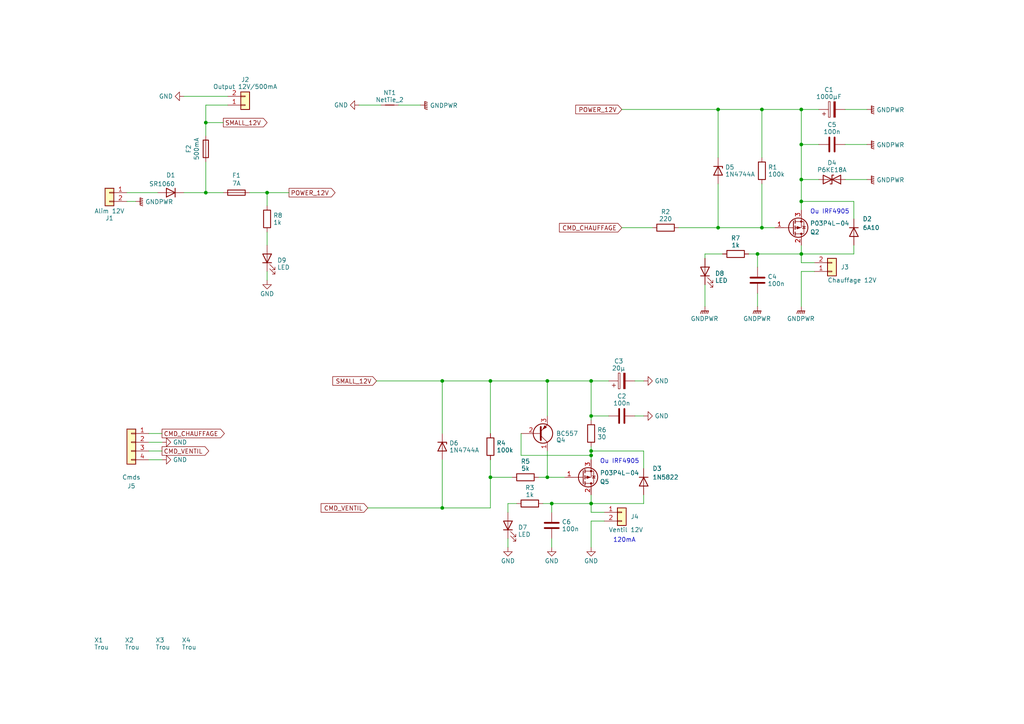
<source format=kicad_sch>
(kicad_sch (version 20230121) (generator eeschema)
  (paper "A4")
  (lib_symbols
    (symbol "Connector_Generic:Conn_01x02" (pin_names (offset 1.016) hide)
      (property "Reference" "J" (at 0 2.54 0))
      (property "Value" "Conn_01x02" (at 0 -5.08 0))
      (symbol "Conn_01x02_1_1"
        (rectangle (start -1.27 -2.413) (end 0 -2.667) (stroke (width 0.1524)))
        (rectangle (start -1.27 0.127) (end 0 -0.127) (stroke (width 0.1524)))
        (rectangle (start -1.27 1.27) (end 1.27 -3.81) (stroke (width 0.254)) (fill (type background)))
        (pin passive line (at -5.08 0 0) (length 3.81) (name "Pin_1") (number "1"))
        (pin passive line (at -5.08 -2.54 0) (length 3.81) (name "Pin_2") (number "2"))
      )
    )
    (symbol "Connector_Generic:Conn_01x04" (pin_names (offset 1.016) hide)
      (property "Reference" "J" (at 0 5.08 0))
      (property "Value" "Conn_01x04" (at 0 -7.62 0))
      (symbol "Conn_01x04_1_1"
        (rectangle (start -1.27 -4.953) (end 0 -5.207) (stroke (width 0.1524)))
        (rectangle (start -1.27 -2.413) (end 0 -2.667) (stroke (width 0.1524)))
        (rectangle (start -1.27 0.127) (end 0 -0.127) (stroke (width 0.1524)))
        (rectangle (start -1.27 2.667) (end 0 2.413) (stroke (width 0.1524)))
        (rectangle (start -1.27 3.81) (end 1.27 -6.35) (stroke (width 0.254)) (fill (type background)))
        (pin passive line (at -5.08 2.54 0) (length 3.81) (name "Pin_1") (number "1"))
        (pin passive line (at -5.08 0 0) (length 3.81) (name "Pin_2") (number "2"))
        (pin passive line (at -5.08 -2.54 0) (length 3.81) (name "Pin_3") (number "3"))
        (pin passive line (at -5.08 -5.08 0) (length 3.81) (name "Pin_4") (number "4"))
      )
    )
    (symbol "Device:C" (pin_numbers hide) (pin_names (offset 0.254))
      (property "Reference" "C" (at 0.635 2.54 0))
      (property "Value" "C" (at 0.635 -2.54 0))
      (symbol "C_0_1"
        (polyline (pts (xy -2.032 -0.762) (xy 2.032 -0.762)) (stroke (width 0.508)))
        (polyline (pts (xy -2.032 0.762) (xy 2.032 0.762)) (stroke (width 0.508)))
      )
      (symbol "C_1_1"
        (pin passive line (at 0 3.81 270) (length 2.794) (name "~") (number "1"))
        (pin passive line (at 0 -3.81 90) (length 2.794) (name "~") (number "2"))
      )
    )
    (symbol "Device:C_Polarized" (pin_numbers hide) (pin_names (offset 0.254))
      (property "Reference" "C" (at 0.635 2.54 0))
      (property "Value" "C_Polarized" (at 0.635 -2.54 0))
      (symbol "C_Polarized_0_1"
        (rectangle (start -2.286 0.508) (end 2.286 1.016))
        (polyline (pts (xy -1.778 2.286) (xy -0.762 2.286)))
        (polyline (pts (xy -1.27 2.794) (xy -1.27 1.778)))
        (rectangle (start 2.286 -0.508) (end -2.286 -1.016) (fill (type outline)))
      )
      (symbol "C_Polarized_1_1"
        (pin passive line (at 0 3.81 270) (length 2.794) (name "~") (number "1"))
        (pin passive line (at 0 -3.81 90) (length 2.794) (name "~") (number "2"))
      )
    )
    (symbol "Device:D" (pin_numbers hide) (pin_names (offset 1.016) hide)
      (property "Reference" "D" (at 0 2.54 0))
      (property "Value" "D" (at 0 -2.54 0))
      (symbol "D_0_1"
        (polyline (pts (xy -1.27 1.27) (xy -1.27 -1.27)) (stroke (width 0.254)))
        (polyline (pts (xy 1.27 0) (xy -1.27 0)))
        (polyline (pts (xy 1.27 1.27) (xy 1.27 -1.27) (xy -1.27 0) (xy 1.27 1.27)) (stroke (width 0.254)))
      )
      (symbol "D_1_1"
        (pin passive line (at -3.81 0 0) (length 2.54) (name "K") (number "1"))
        (pin passive line (at 3.81 0 180) (length 2.54) (name "A") (number "2"))
      )
    )
    (symbol "Device:D_TVS" (pin_numbers hide) (pin_names (offset 1.016) hide)
      (property "Reference" "D" (at 0 2.54 0))
      (property "Value" "D_TVS" (at 0 -2.54 0))
      (symbol "D_TVS_0_1"
        (polyline (pts (xy 1.27 0) (xy -1.27 0)))
        (polyline (pts (xy 0.508 1.27) (xy 0 1.27) (xy 0 -1.27) (xy -0.508 -1.27)) (stroke (width 0.254)))
        (polyline (pts (xy -2.54 1.27) (xy -2.54 -1.27) (xy 2.54 1.27) (xy 2.54 -1.27) (xy -2.54 1.27)) (stroke (width 0.254)))
      )
      (symbol "D_TVS_1_1"
        (pin passive line (at -3.81 0 0) (length 2.54) (name "A1") (number "1"))
        (pin passive line (at 3.81 0 180) (length 2.54) (name "A2") (number "2"))
      )
    )
    (symbol "Device:D_Zener" (pin_numbers hide) (pin_names (offset 1.016) hide)
      (property "Reference" "D" (at 0 2.54 0))
      (property "Value" "D_Zener" (at 0 -2.54 0))
      (symbol "D_Zener_0_1"
        (polyline (pts (xy 1.27 0) (xy -1.27 0)))
        (polyline (pts (xy -1.27 -1.27) (xy -1.27 1.27) (xy -0.762 1.27)) (stroke (width 0.254)))
        (polyline (pts (xy 1.27 -1.27) (xy 1.27 1.27) (xy -1.27 0) (xy 1.27 -1.27)) (stroke (width 0.254)))
      )
      (symbol "D_Zener_1_1"
        (pin passive line (at -3.81 0 0) (length 2.54) (name "K") (number "1"))
        (pin passive line (at 3.81 0 180) (length 2.54) (name "A") (number "2"))
      )
    )
    (symbol "Device:Fuse" (pin_numbers hide) (pin_names (offset 0))
      (property "Reference" "F" (at 2.032 0 90))
      (property "Value" "Fuse" (at -1.905 0 90))
      (symbol "Fuse_0_1"
        (rectangle (start -0.762 -2.54) (end 0.762 2.54) (stroke (width 0.254)))
        (polyline (pts (xy 0 2.54) (xy 0 -2.54)))
      )
      (symbol "Fuse_1_1"
        (pin passive line (at 0 3.81 270) (length 1.27) (name "~") (number "1"))
        (pin passive line (at 0 -3.81 90) (length 1.27) (name "~") (number "2"))
      )
    )
    (symbol "Device:LED" (pin_numbers hide) (pin_names (offset 1.016) hide)
      (property "Reference" "D" (at 0 2.54 0))
      (property "Value" "LED" (at 0 -2.54 0))
      (symbol "LED_0_1"
        (polyline (pts (xy -1.27 -1.27) (xy -1.27 1.27)) (stroke (width 0.254)))
        (polyline (pts (xy -1.27 0) (xy 1.27 0)))
        (polyline (pts (xy 1.27 -1.27) (xy 1.27 1.27) (xy -1.27 0) (xy 1.27 -1.27)) (stroke (width 0.254)))
        (polyline (pts (xy -3.048 -0.762) (xy -4.572 -2.286) (xy -3.81 -2.286) (xy -4.572 -2.286) (xy -4.572 -1.524)))
        (polyline (pts (xy -1.778 -0.762) (xy -3.302 -2.286) (xy -2.54 -2.286) (xy -3.302 -2.286) (xy -3.302 -1.524)))
      )
      (symbol "LED_1_1"
        (pin passive line (at -3.81 0 0) (length 2.54) (name "K") (number "1"))
        (pin passive line (at 3.81 0 180) (length 2.54) (name "A") (number "2"))
      )
    )
    (symbol "Device:NetTie_2" (pin_numbers hide) (pin_names (offset 0) hide) (in_bom no)
      (property "Reference" "NT" (at 0 1.27 0))
      (property "Value" "NetTie_2" (at 0 -1.27 0))
      (symbol "NetTie_2_0_1"
        (polyline (pts (xy -1.27 0) (xy 1.27 0)) (stroke (width 0.254)))
      )
      (symbol "NetTie_2_1_1"
        (pin passive line (at -2.54 0 0) (length 2.54) (name "1") (number "1"))
        (pin passive line (at 2.54 0 180) (length 2.54) (name "2") (number "2"))
      )
    )
    (symbol "Device:R" (pin_numbers hide) (pin_names (offset 0))
      (property "Reference" "R" (at 2.032 0 90))
      (property "Value" "R" (at 0 0 90))
      (symbol "R_0_1"
        (rectangle (start -1.016 -2.54) (end 1.016 2.54) (stroke (width 0.254)))
      )
      (symbol "R_1_1"
        (pin passive line (at 0 3.81 270) (length 1.27) (name "~") (number "1"))
        (pin passive line (at 0 -3.81 90) (length 1.27) (name "~") (number "2"))
      )
    )
    (symbol "Transistor_BJT:BC557" (pin_names (offset 0) hide)
      (property "Reference" "Q" (at 5.08 1.905 0))
      (property "Value" "BC557" (at 5.08 0 0))
      (symbol "BC557_0_1"
        (polyline (pts (xy 0.635 0.635) (xy 2.54 2.54)))
        (polyline (pts (xy 0.635 -0.635) (xy 2.54 -2.54) (xy 2.54 -2.54)))
        (polyline (pts (xy 0.635 1.905) (xy 0.635 -1.905) (xy 0.635 -1.905)) (stroke (width 0.508)))
        (polyline (pts (xy 2.286 -1.778) (xy 1.778 -2.286) (xy 1.27 -1.27) (xy 2.286 -1.778) (xy 2.286 -1.778)) (fill (type outline)))
        (circle (center 1.27 0) (radius 2.8194) (stroke (width 0.254)))
      )
      (symbol "BC557_1_1"
        (pin passive line (at 2.54 5.08 270) (length 2.54) (name "C") (number "1"))
        (pin input line (at -5.08 0 0) (length 5.715) (name "B") (number "2"))
        (pin passive line (at 2.54 -5.08 90) (length 2.54) (name "E") (number "3"))
      )
    )
    (symbol "bpc:BPC_TROU"
      (property "Reference" "X" (at 0 0 0))
      (property "Value" "Trou" (at 0 -1.27 0))
    )
    (symbol "bpc:P03P4L-04" (pin_names (offset 0) hide)
      (property "Reference" "Q" (at 5.08 -1.27 0))
      (property "Value" "P03P4L-04" (at 5.08 1.27 0))
      (symbol "P03P4L-04_0_1"
        (polyline (pts (xy 0.254 -1.905) (xy 0.254 1.905)) (stroke (width 0.254)))
        (polyline (pts (xy 0.254 0) (xy -2.54 0)))
        (polyline (pts (xy 0.762 -2.286) (xy 0.762 -1.27)) (stroke (width 0.254)))
        (polyline (pts (xy 0.762 -0.508) (xy 0.762 0.508)) (stroke (width 0.254)))
        (polyline (pts (xy 0.762 1.27) (xy 0.762 2.286)) (stroke (width 0.254)))
        (polyline (pts (xy 2.54 -2.54) (xy 2.54 -1.778)))
        (polyline (pts (xy 2.54 2.54) (xy 2.54 0) (xy 0.762 0)))
        (polyline (pts (xy 0.762 -1.778) (xy 3.302 -1.778) (xy 3.302 1.778) (xy 0.762 1.778)))
        (polyline (pts (xy 2.286 0) (xy 1.27 -0.381) (xy 1.27 0.381) (xy 2.286 0)) (fill (type outline)))
        (polyline (pts (xy 2.794 0.508) (xy 2.921 0.381) (xy 3.683 0.381) (xy 3.81 0.254)))
        (polyline (pts (xy 3.302 0.381) (xy 2.921 -0.254) (xy 3.683 -0.254) (xy 3.302 0.381)))
        (circle (center 1.651 0) (radius 2.794) (stroke (width 0.254)))
        (circle (center 2.54 -1.778) (radius 0.254) (fill (type outline)))
        (circle (center 2.54 1.778) (radius 0.254) (fill (type outline)))
      )
      (symbol "P03P4L-04_1_1"
        (pin input line (at -5.08 0 0) (length 2.54) (name "G") (number "1"))
        (pin passive line (at 2.54 -5.08 90) (length 2.54) (name "D") (number "2"))
        (pin passive line (at 2.54 5.08 270) (length 2.54) (name "S") (number "3"))
      )
    )
    (symbol "power:GND" (power) (pin_names (offset 0))
      (property "Value" "GND" (at 0 -3.81 0))
      (symbol "GND_0_1"
        (polyline (pts (xy 0 0) (xy 0 -1.27) (xy 1.27 -1.27) (xy 0 -2.54) (xy -1.27 -1.27) (xy 0 -1.27)))
      )
      (symbol "GND_1_1"
        (pin power_in line (at 0 0 270) (length 0) hide (name "GND") (number "1"))
      )
    )
    (symbol "power:GNDPWR" (power) (pin_names (offset 0))
      (property "Value" "GNDPWR" (at 0 -3.302 0))
      (symbol "GNDPWR_0_1"
        (polyline (pts (xy 0 -1.27) (xy 0 0)))
        (polyline (pts (xy -1.016 -1.27) (xy -1.27 -2.032) (xy -1.27 -2.032)) (stroke (width 0.2032)))
        (polyline (pts (xy -0.508 -1.27) (xy -0.762 -2.032) (xy -0.762 -2.032)) (stroke (width 0.2032)))
        (polyline (pts (xy 0 -1.27) (xy -0.254 -2.032) (xy -0.254 -2.032)) (stroke (width 0.2032)))
        (polyline (pts (xy 0.508 -1.27) (xy 0.254 -2.032) (xy 0.254 -2.032)) (stroke (width 0.2032)))
        (polyline (pts (xy 1.016 -1.27) (xy -1.016 -1.27) (xy -1.016 -1.27)) (stroke (width 0.2032)))
        (polyline (pts (xy 1.016 -1.27) (xy 0.762 -2.032) (xy 0.762 -2.032) (xy 0.762 -2.032)) (stroke (width 0.2032)))
      )
      (symbol "GNDPWR_1_1"
        (pin power_in line (at 0 0 270) (length 0) hide (name "GNDPWR") (number "1"))
      )
    )
  )
  (junction (at 59.69 55.88))
  (junction (at 128.27 147.32))
  (junction (at 208.28 31.75))
  (junction (at 160.02 146.05))
  (junction (at 171.45 120.65))
  (junction (at 171.45 130.81))
  (junction (at 232.41 41.91))
  (junction (at 232.41 58.42))
  (junction (at 59.69 35.56))
  (junction (at 220.98 66.04))
  (junction (at 142.24 138.43))
  (junction (at 232.41 31.75))
  (junction (at 219.71 73.66))
  (junction (at 142.24 110.49))
  (junction (at 171.45 146.05))
  (junction (at 232.41 52.07))
  (junction (at 171.45 110.49))
  (junction (at 171.45 132.08))
  (junction (at 232.41 73.66))
  (junction (at 220.98 31.75))
  (junction (at 77.47 55.88))
  (junction (at 158.75 110.49))
  (junction (at 128.27 110.49))
  (junction (at 158.75 138.43))
  (junction (at 208.28 66.04))
  (wire (pts (xy 128.27 110.49) (xy 128.27 125.73)))
  (wire (pts (xy 147.32 156.21) (xy 147.32 158.75)))
  (wire (pts (xy 147.32 146.05) (xy 149.86 146.05)))
  (wire (pts (xy 245.11 41.91) (xy 251.46 41.91)))
  (wire (pts (xy 59.69 46.99) (xy 59.69 55.88)))
  (wire (pts (xy 204.47 82.55) (xy 204.47 88.9)))
  (wire (pts (xy 158.75 130.81) (xy 158.75 138.43)))
  (wire (pts (xy 196.85 66.04) (xy 208.28 66.04)))
  (wire (pts (xy 59.69 30.48) (xy 59.69 35.56)))
  (wire (pts (xy 224.79 66.04) (xy 220.98 66.04)))
  (wire (pts (xy 142.24 147.32) (xy 128.27 147.32)))
  (wire (pts (xy 158.75 110.49) (xy 142.24 110.49)))
  (wire (pts (xy 232.41 71.12) (xy 232.41 73.66)))
  (wire (pts (xy 142.24 138.43) (xy 142.24 147.32)))
  (wire (pts (xy 232.41 52.07) (xy 237.49 52.07)))
  (wire (pts (xy 171.45 133.35) (xy 171.45 132.08)))
  (wire (pts (xy 77.47 55.88) (xy 77.47 59.69)))
  (wire (pts (xy 219.71 73.66) (xy 232.41 73.66)))
  (wire (pts (xy 59.69 55.88) (xy 64.77 55.88)))
  (wire (pts (xy 245.11 52.07) (xy 251.46 52.07)))
  (wire (pts (xy 171.45 148.59) (xy 175.26 148.59)))
  (wire (pts (xy 186.69 146.05) (xy 186.69 143.51)))
  (wire (pts (xy 220.98 66.04) (xy 220.98 53.34)))
  (wire (pts (xy 43.18 133.35) (xy 46.99 133.35)))
  (wire (pts (xy 171.45 130.81) (xy 186.69 130.81)))
  (wire (pts (xy 232.41 73.66) (xy 247.65 73.66)))
  (wire (pts (xy 157.48 146.05) (xy 160.02 146.05)))
  (wire (pts (xy 232.41 73.66) (xy 232.41 76.2)))
  (wire (pts (xy 171.45 110.49) (xy 171.45 120.65)))
  (wire (pts (xy 219.71 73.66) (xy 219.71 77.47)))
  (wire (pts (xy 142.24 110.49) (xy 142.24 125.73)))
  (wire (pts (xy 208.28 31.75) (xy 208.28 45.72)))
  (wire (pts (xy 36.83 58.42) (xy 39.37 58.42)))
  (wire (pts (xy 204.47 73.66) (xy 204.47 74.93)))
  (wire (pts (xy 151.13 132.08) (xy 171.45 132.08)))
  (wire (pts (xy 171.45 120.65) (xy 176.53 120.65)))
  (wire (pts (xy 128.27 133.35) (xy 128.27 147.32)))
  (wire (pts (xy 171.45 146.05) (xy 186.69 146.05)))
  (wire (pts (xy 158.75 138.43) (xy 163.83 138.43)))
  (wire (pts (xy 247.65 58.42) (xy 247.65 63.5)))
  (wire (pts (xy 59.69 35.56) (xy 64.77 35.56)))
  (wire (pts (xy 43.18 130.81) (xy 46.99 130.81)))
  (wire (pts (xy 232.41 31.75) (xy 232.41 41.91)))
  (wire (pts (xy 171.45 146.05) (xy 171.45 148.59)))
  (wire (pts (xy 217.17 73.66) (xy 219.71 73.66)))
  (wire (pts (xy 247.65 73.66) (xy 247.65 71.12)))
  (wire (pts (xy 128.27 147.32) (xy 106.68 147.32)))
  (wire (pts (xy 184.15 120.65) (xy 186.69 120.65)))
  (wire (pts (xy 232.41 58.42) (xy 247.65 58.42)))
  (wire (pts (xy 59.69 30.48) (xy 66.04 30.48)))
  (wire (pts (xy 77.47 78.74) (xy 77.47 81.28)))
  (wire (pts (xy 184.15 110.49) (xy 186.69 110.49)))
  (wire (pts (xy 232.41 76.2) (xy 236.22 76.2)))
  (wire (pts (xy 232.41 60.96) (xy 232.41 58.42)))
  (wire (pts (xy 142.24 138.43) (xy 148.59 138.43)))
  (wire (pts (xy 156.21 138.43) (xy 158.75 138.43)))
  (wire (pts (xy 171.45 151.13) (xy 171.45 158.75)))
  (wire (pts (xy 160.02 146.05) (xy 171.45 146.05)))
  (wire (pts (xy 180.34 66.04) (xy 189.23 66.04)))
  (wire (pts (xy 147.32 148.59) (xy 147.32 146.05)))
  (wire (pts (xy 186.69 130.81) (xy 186.69 135.89)))
  (wire (pts (xy 53.34 27.94) (xy 66.04 27.94)))
  (wire (pts (xy 232.41 41.91) (xy 232.41 52.07)))
  (wire (pts (xy 171.45 143.51) (xy 171.45 146.05)))
  (wire (pts (xy 104.14 30.48) (xy 110.49 30.48)))
  (wire (pts (xy 109.22 110.49) (xy 128.27 110.49)))
  (wire (pts (xy 232.41 52.07) (xy 232.41 58.42)))
  (wire (pts (xy 36.83 55.88) (xy 45.72 55.88)))
  (wire (pts (xy 115.57 30.48) (xy 121.92 30.48)))
  (wire (pts (xy 232.41 31.75) (xy 237.49 31.75)))
  (wire (pts (xy 53.34 55.88) (xy 59.69 55.88)))
  (wire (pts (xy 142.24 133.35) (xy 142.24 138.43)))
  (wire (pts (xy 232.41 78.74) (xy 232.41 88.9)))
  (wire (pts (xy 209.55 73.66) (xy 204.47 73.66)))
  (wire (pts (xy 208.28 53.34) (xy 208.28 66.04)))
  (wire (pts (xy 245.11 31.75) (xy 251.46 31.75)))
  (wire (pts (xy 171.45 129.54) (xy 171.45 130.81)))
  (wire (pts (xy 128.27 110.49) (xy 142.24 110.49)))
  (wire (pts (xy 77.47 55.88) (xy 83.82 55.88)))
  (wire (pts (xy 171.45 110.49) (xy 176.53 110.49)))
  (wire (pts (xy 158.75 110.49) (xy 158.75 120.65)))
  (wire (pts (xy 171.45 132.08) (xy 171.45 130.81)))
  (wire (pts (xy 160.02 156.21) (xy 160.02 158.75)))
  (wire (pts (xy 151.13 125.73) (xy 151.13 132.08)))
  (wire (pts (xy 219.71 85.09) (xy 219.71 88.9)))
  (wire (pts (xy 208.28 66.04) (xy 220.98 66.04)))
  (wire (pts (xy 171.45 120.65) (xy 171.45 121.92)))
  (wire (pts (xy 160.02 146.05) (xy 160.02 148.59)))
  (wire (pts (xy 72.39 55.88) (xy 77.47 55.88)))
  (wire (pts (xy 220.98 31.75) (xy 220.98 45.72)))
  (wire (pts (xy 158.75 110.49) (xy 171.45 110.49)))
  (wire (pts (xy 232.41 31.75) (xy 220.98 31.75)))
  (wire (pts (xy 77.47 67.31) (xy 77.47 71.12)))
  (wire (pts (xy 175.26 151.13) (xy 171.45 151.13)))
  (wire (pts (xy 236.22 78.74) (xy 232.41 78.74)))
  (wire (pts (xy 220.98 31.75) (xy 208.28 31.75)))
  (wire (pts (xy 43.18 128.27) (xy 46.99 128.27)))
  (wire (pts (xy 43.18 125.73) (xy 46.99 125.73)))
  (wire (pts (xy 59.69 35.56) (xy 59.69 39.37)))
  (wire (pts (xy 232.41 41.91) (xy 237.49 41.91)))
  (wire (pts (xy 208.28 31.75) (xy 180.34 31.75)))
  (text "Ou IRF4905" (at 234.95 62.23 0) (effects (font (size 1.27 1.27)) (justify left bottom)))
  (text "120mA" (at 177.8 157.48 0) (effects (font (size 1.27 1.27)) (justify left bottom)))
  (text "Ou IRF4905" (at 173.99 134.62 0) (effects (font (size 1.27 1.27)) (justify left bottom)))
  (global_label "POWER_12V" (shape input) (at 180.34 31.75 180) (property "Intersheetrefs" "${INTERSHEET_REFS}" (effects hide)))
  (global_label "CMD_CHAUFFAGE" (shape output) (at 46.99 125.73 0) (property "Intersheetrefs" "${INTERSHEET_REFS}" (effects hide)))
  (global_label "CMD_VENTIL" (shape output) (at 46.99 130.81 0) (property "Intersheetrefs" "${INTERSHEET_REFS}" (effects hide)))
  (global_label "CMD_VENTIL" (shape input) (at 106.68 147.32 180) (property "Intersheetrefs" "${INTERSHEET_REFS}" (effects hide)))
  (global_label "POWER_12V" (shape output) (at 83.82 55.88 0) (property "Intersheetrefs" "${INTERSHEET_REFS}" (effects hide)))
  (global_label "SMALL_12V" (shape output) (at 64.77 35.56 0) (property "Intersheetrefs" "${INTERSHEET_REFS}" (effects hide)))
  (global_label "SMALL_12V" (shape input) (at 109.22 110.49 180) (property "Intersheetrefs" "${INTERSHEET_REFS}" (effects hide)))
  (global_label "CMD_CHAUFFAGE" (shape input) (at 180.34 66.04 180) (property "Intersheetrefs" "${INTERSHEET_REFS}" (effects hide)))
  (symbol (lib_id "Connector_Generic:Conn_01x02") (at 31.75 55.88 0) (mirror y) (unit 1)
    (property "Reference" "J1" (at 31.75 63.27 0))
    (property "Value" "Alim 12V" (at 31.75 61.222 0))
    (property "Footprint" "TerminalBlock_Phoenix:TerminalBlock_Phoenix_MKDS-1,5-2-5.08_1x02_P5.08mm_Horizontal" (effects hide))
  )
  (symbol (lib_id "Device:NetTie_2") (at 113.03 30.48 0) (unit 1) (in_bom no)
    (property "Reference" "NT1" (at 113.03 26.9 0))
    (property "Value" "NetTie_2" (at 113.03 28.948 0))
    (property "Footprint" "NetTie:NetTie-2_SMD_Pad2.0mm" (effects hide))
  )
  (symbol (lib_id "Device:R") (at 220.98 49.53 0) (unit 1)
    (property "Reference" "R1" (at 222.758 48.506 0) (effects (justify left)))
    (property "Value" "100k" (at 222.758 50.554 0) (effects (justify left)))
    (property "Footprint" "Resistor_THT:R_Axial_DIN0204_L3.6mm_D1.6mm_P7.62mm_Horizontal" (effects hide))
  )
  (symbol (lib_id "power:GNDPWR") (at 219.71 88.9 0) (unit 1)
    (property "Reference" "#PWR013" (effects hide))
    (property "Value" "GNDPWR" (at 219.583 92.4386 0))
  )
  (symbol (lib_id "Device:R") (at 77.47 63.5 0) (unit 1)
    (property "Reference" "R8" (at 79.248 62.476 0) (effects (justify left)))
    (property "Value" "1k" (at 79.248 64.524 0) (effects (justify left)))
    (property "Footprint" "Resistor_THT:R_Axial_DIN0204_L3.6mm_D1.6mm_P7.62mm_Horizontal" (effects hide))
  )
  (symbol (lib_id "Device:R") (at 152.4 138.43 90) (unit 1)
    (property "Reference" "R5" (at 152.4 133.834 90))
    (property "Value" "5k" (at 152.4 135.882 90))
    (property "Footprint" "Resistor_THT:R_Axial_DIN0204_L3.6mm_D1.6mm_P7.62mm_Horizontal" (effects hide))
  )
  (symbol (lib_id "power:GNDPWR") (at 251.46 31.75 90) (unit 1)
    (property "Reference" "#PWR04" (effects hide))
    (property "Value" "GNDPWR" (at 254.2286 31.877 90) (effects (justify right)))
  )
  (symbol (lib_id "power:GND") (at 186.69 110.49 90) (unit 1)
    (property "Reference" "#PWR07" (effects hide))
    (property "Value" "GND" (at 189.865 110.49 90) (effects (justify right)))
  )
  (symbol (lib_id "Transistor_BJT:BC557") (at 156.21 125.73 0) (mirror x) (unit 1)
    (property "Reference" "Q4" (at 161.29 127.635 0) (effects (justify left)))
    (property "Value" "BC557" (at 161.29 125.73 0) (effects (justify left)))
    (property "Footprint" "Package_TO_SOT_THT:TO-92_Inline" (effects hide))
    (property "Datasheet" "https://www.onsemi.com/pub/Collateral/BC556BTA-D.pdf" (effects hide))
  )
  (symbol (lib_id "Device:R") (at 193.04 66.04 90) (unit 1)
    (property "Reference" "R2" (at 193.04 61.444 90))
    (property "Value" "220" (at 193.04 63.492 90))
    (property "Footprint" "Resistor_THT:R_Axial_DIN0204_L3.6mm_D1.6mm_P7.62mm_Horizontal" (effects hide))
  )
  (symbol (lib_id "Device:R") (at 142.24 129.54 0) (unit 1)
    (property "Reference" "R4" (at 144.018 128.516 0) (effects (justify left)))
    (property "Value" "100k" (at 144.018 130.564 0) (effects (justify left)))
    (property "Footprint" "Resistor_THT:R_Axial_DIN0204_L3.6mm_D1.6mm_P7.62mm_Horizontal" (effects hide))
  )
  (symbol (lib_id "bpc:BPC_TROU") (at 44.45 186.69 0) (unit 1)
    (property "Reference" "X3" (at 45.085 185.666 0) (effects (justify left)))
    (property "Value" "Trou" (at 45.085 187.714 0) (effects (justify left)))
    (property "Footprint" "bpc:BPC_Trou4mm_Fixation" (effects hide))
  )
  (symbol (lib_id "bpc:P03P4L-04") (at 229.87 66.04 0) (unit 1)
    (property "Reference" "Q2" (at 234.95 67.31 0) (effects (justify left)))
    (property "Value" "P03P4L-04" (at 234.95 64.77 0) (effects (justify left)))
    (property "Footprint" "Package_TO_SOT_THT:TO-220-3_Vertical" (effects hide))
  )
  (symbol (lib_id "Device:C") (at 241.3 41.91 90) (unit 1)
    (property "Reference" "C5" (at 241.3 36.171 90))
    (property "Value" "100n" (at 241.3 38.219 90))
    (property "Footprint" "Capacitor_THT:C_Disc_D5.0mm_W2.5mm_P2.50mm" (effects hide))
  )
  (symbol (lib_id "Device:C") (at 219.71 81.28 180) (unit 1)
    (property "Reference" "C4" (at 222.631 80.256 0) (effects (justify right)))
    (property "Value" "100n" (at 222.631 82.304 0) (effects (justify right)))
    (property "Footprint" "Capacitor_THT:C_Disc_D5.0mm_W2.5mm_P2.50mm" (effects hide))
  )
  (symbol (lib_id "Device:LED") (at 147.32 152.4 90) (unit 1)
    (property "Reference" "D7" (at 150.241 152.9635 90) (effects (justify right)))
    (property "Value" "LED" (at 150.241 155.0115 90) (effects (justify right)))
    (property "Footprint" "LED_THT:LED_D3.0mm" (effects hide))
  )
  (symbol (lib_id "Connector_Generic:Conn_01x02") (at 71.12 30.48 0) (mirror x) (unit 1)
    (property "Reference" "J2" (at 71.12 23.09 0))
    (property "Value" "Output 12V/500mA" (at 71.12 25.138 0))
    (property "Footprint" "TerminalBlock_Phoenix:TerminalBlock_Phoenix_MPT-0,5-2-2.54_1x02_P2.54mm_Horizontal" (effects hide))
  )
  (symbol (lib_id "Device:D") (at 247.65 67.31 270) (unit 1)
    (property "Reference" "D2" (at 250.19 63.5 90) (effects (justify left)))
    (property "Value" "6A10" (at 250.19 66.04 90) (effects (justify left)))
    (property "Footprint" "Diode_THT:D_DO-201AD_P12.70mm_Horizontal" (effects hide))
    (property "Sim.Device" "D" (effects hide))
    (property "Sim.Pins" "1=K 2=A" (effects hide))
  )
  (symbol (lib_id "power:GND") (at 46.99 133.35 90) (unit 1)
    (property "Reference" "#PWR09" (effects hide))
    (property "Value" "GND" (at 50.165 133.35 90) (effects (justify right)))
  )
  (symbol (lib_id "power:GNDPWR") (at 251.46 52.07 90) (unit 1)
    (property "Reference" "#PWR011" (effects hide))
    (property "Value" "GNDPWR" (at 254.2286 52.197 90) (effects (justify right)))
  )
  (symbol (lib_id "Device:Fuse") (at 68.58 55.88 270) (unit 1)
    (property "Reference" "F1" (at 68.58 50.8762 90))
    (property "Value" "7A" (at 68.58 53.1876 90))
    (property "Footprint" "Fuse:Fuseholder_TR5_Littelfuse_No560_No460" (effects hide))
  )
  (symbol (lib_id "power:GNDPWR") (at 204.47 88.9 0) (unit 1)
    (property "Reference" "#PWR015" (effects hide))
    (property "Value" "GNDPWR" (at 204.343 92.4386 0))
  )
  (symbol (lib_id "power:GNDPWR") (at 39.37 58.42 90) (unit 1)
    (property "Reference" "#PWR02" (effects hide))
    (property "Value" "GNDPWR" (at 42.1386 58.547 90) (effects (justify right)))
  )
  (symbol (lib_id "power:GND") (at 160.02 158.75 0) (unit 1)
    (property "Reference" "#PWR016" (effects hide))
    (property "Value" "GND" (at 160.02 162.695 0))
  )
  (symbol (lib_id "bpc:P03P4L-04") (at 168.91 138.43 0) (unit 1)
    (property "Reference" "Q5" (at 173.99 139.7 0) (effects (justify left)))
    (property "Value" "P03P4L-04" (at 173.99 137.16 0) (effects (justify left)))
    (property "Footprint" "Package_TO_SOT_THT:TO-220-3_Vertical" (effects hide))
  )
  (symbol (lib_id "Device:D_TVS") (at 241.3 52.07 180) (unit 1)
    (property "Reference" "D4" (at 241.3 47.22 0))
    (property "Value" "P6KE18A" (at 241.3 49.268 0))
    (property "Footprint" "Diode_THT:D_DO-201AD_P12.70mm_Horizontal" (effects hide))
  )
  (symbol (lib_id "power:GND") (at 77.47 81.28 0) (unit 1)
    (property "Reference" "#PWR014" (effects hide))
    (property "Value" "GND" (at 77.47 85.225 0))
  )
  (symbol (lib_id "Device:LED") (at 77.47 74.93 90) (unit 1)
    (property "Reference" "D9" (at 80.391 75.4935 90) (effects (justify right)))
    (property "Value" "LED" (at 80.391 77.5415 90) (effects (justify right)))
    (property "Footprint" "LED_THT:LED_D3.0mm" (effects hide))
  )
  (symbol (lib_id "Connector_Generic:Conn_01x02") (at 180.34 148.59 0) (unit 1)
    (property "Reference" "J4" (at 182.88 149.86 0) (effects (justify left)))
    (property "Value" "Ventil 12V" (at 176.53 153.67 0) (effects (justify left)))
    (property "Footprint" "TerminalBlock_Phoenix:TerminalBlock_Phoenix_MPT-0,5-2-2.54_1x02_P2.54mm_Horizontal" (effects hide))
  )
  (symbol (lib_id "Connector_Generic:Conn_01x02") (at 241.3 78.74 0) (mirror x) (unit 1)
    (property "Reference" "J3" (at 243.84 77.47 0) (effects (justify left)))
    (property "Value" "Chauffage 12V" (at 240.03 81.28 0) (effects (justify left)))
    (property "Footprint" "TerminalBlock_Phoenix:TerminalBlock_Phoenix_MKDS-1,5-2-5.08_1x02_P5.08mm_Horizontal" (effects hide))
  )
  (symbol (lib_id "power:GND") (at 186.69 120.65 90) (unit 1)
    (property "Reference" "#PWR06" (effects hide))
    (property "Value" "GND" (at 189.865 120.65 90) (effects (justify right)))
  )
  (symbol (lib_id "Device:D") (at 186.69 139.7 270) (unit 1)
    (property "Reference" "D3" (at 189.23 135.89 90) (effects (justify left)))
    (property "Value" "1N5822" (at 189.23 138.43 90) (effects (justify left)))
    (property "Footprint" "Diode_THT:D_A-405_P10.16mm_Horizontal" (effects hide))
    (property "Sim.Device" "D" (effects hide))
    (property "Sim.Pins" "1=K 2=A" (effects hide))
  )
  (symbol (lib_id "Connector_Generic:Conn_01x04") (at 38.1 128.27 0) (mirror y) (unit 1)
    (property "Reference" "J5" (at 38.1 140.97 0))
    (property "Value" "Cmds" (at 38.1 138.43 0))
    (property "Footprint" "TerminalBlock_Phoenix:TerminalBlock_Phoenix_MPT-0,5-4-2.54_1x04_P2.54mm_Horizontal" (effects hide))
  )
  (symbol (lib_id "Device:D_Zener") (at 208.28 49.53 270) (unit 1)
    (property "Reference" "D5" (at 210.312 48.506 90) (effects (justify left)))
    (property "Value" "1N4744A" (at 210.312 50.554 90) (effects (justify left)))
    (property "Footprint" "Diode_THT:D_DO-41_SOD81_P10.16mm_Horizontal" (effects hide))
  )
  (symbol (lib_id "Device:R") (at 153.67 146.05 270) (unit 1)
    (property "Reference" "R3" (at 153.67 141.454 90))
    (property "Value" "1k" (at 153.67 143.502 90))
    (property "Footprint" "Resistor_THT:R_Axial_DIN0204_L3.6mm_D1.6mm_P7.62mm_Horizontal" (effects hide))
  )
  (symbol (lib_id "Device:C_Polarized") (at 241.3 31.75 90) (unit 1)
    (property "Reference" "C1" (at 240.411 26.011 90))
    (property "Value" "1000µF" (at 240.411 28.059 90))
    (property "Footprint" "Capacitor_THT:CP_Radial_D16.0mm_P7.50mm" (effects hide))
  )
  (symbol (lib_id "power:GND") (at 147.32 158.75 0) (unit 1)
    (property "Reference" "#PWR012" (effects hide))
    (property "Value" "GND" (at 147.32 162.695 0))
  )
  (symbol (lib_id "bpc:BPC_TROU") (at 35.56 186.69 0) (unit 1)
    (property "Reference" "X2" (at 36.195 185.666 0) (effects (justify left)))
    (property "Value" "Trou" (at 36.195 187.714 0) (effects (justify left)))
    (property "Footprint" "bpc:BPC_Trou4mm_Fixation" (effects hide))
  )
  (symbol (lib_id "power:GND") (at 46.99 128.27 90) (unit 1)
    (property "Reference" "#PWR08" (effects hide))
    (property "Value" "GND" (at 50.165 128.27 90) (effects (justify right)))
  )
  (symbol (lib_id "Device:Fuse") (at 59.69 43.18 0) (unit 1)
    (property "Reference" "F2" (at 54.6862 43.18 90))
    (property "Value" "500mA" (at 56.9976 43.18 90))
    (property "Footprint" "Fuse:Fuseholder_TR5_Littelfuse_No560_No460" (effects hide))
  )
  (symbol (lib_id "power:GNDPWR") (at 232.41 88.9 0) (unit 1)
    (property "Reference" "#PWR01" (effects hide))
    (property "Value" "GNDPWR" (at 232.283 92.4386 0))
  )
  (symbol (lib_id "Device:C_Polarized") (at 180.34 110.49 90) (unit 1)
    (property "Reference" "C3" (at 179.451 104.751 90))
    (property "Value" "20µ" (at 179.451 106.799 90))
    (property "Footprint" "Capacitor_THT:CP_Radial_D4.0mm_P2.00mm" (effects hide))
  )
  (symbol (lib_id "Device:LED") (at 204.47 78.74 90) (unit 1)
    (property "Reference" "D8" (at 207.391 79.3035 90) (effects (justify right)))
    (property "Value" "LED" (at 207.391 81.3515 90) (effects (justify right)))
    (property "Footprint" "LED_THT:LED_D3.0mm" (effects hide))
  )
  (symbol (lib_id "power:GNDPWR") (at 251.46 41.91 90) (unit 1)
    (property "Reference" "#PWR05" (effects hide))
    (property "Value" "GNDPWR" (at 254.2286 42.037 90) (effects (justify right)))
  )
  (symbol (lib_id "bpc:BPC_TROU") (at 26.67 186.69 0) (unit 1)
    (property "Reference" "X1" (at 27.305 185.666 0) (effects (justify left)))
    (property "Value" "Trou" (at 27.305 187.714 0) (effects (justify left)))
    (property "Footprint" "bpc:BPC_Trou4mm_Fixation" (effects hide))
  )
  (symbol (lib_id "power:GNDPWR") (at 121.92 30.48 90) (unit 1)
    (property "Reference" "#PWR017" (effects hide))
    (property "Value" "GNDPWR" (at 124.6886 30.607 90) (effects (justify right)))
  )
  (symbol (lib_id "power:GND") (at 171.45 158.75 0) (unit 1)
    (property "Reference" "#PWR03" (effects hide))
    (property "Value" "GND" (at 171.45 162.695 0))
  )
  (symbol (lib_id "Device:D") (at 49.53 55.88 180) (unit 1)
    (property "Reference" "D1" (at 49.53 50.8 0))
    (property "Value" "SR1060" (at 46.99 53.34 0))
    (property "Footprint" "Diode_THT:D_DO-15_P12.70mm_Horizontal" (effects hide))
    (property "Sim.Device" "D" (effects hide))
    (property "Sim.Pins" "1=K 2=A" (effects hide))
  )
  (symbol (lib_id "Device:D_Zener") (at 128.27 129.54 270) (unit 1)
    (property "Reference" "D6" (at 130.302 128.516 90) (effects (justify left)))
    (property "Value" "1N4744A" (at 130.302 130.564 90) (effects (justify left)))
    (property "Footprint" "Diode_THT:D_DO-41_SOD81_P10.16mm_Horizontal" (effects hide))
  )
  (symbol (lib_id "Device:R") (at 213.36 73.66 270) (unit 1)
    (property "Reference" "R7" (at 213.36 69.064 90))
    (property "Value" "1k" (at 213.36 71.112 90))
    (property "Footprint" "Resistor_THT:R_Axial_DIN0204_L3.6mm_D1.6mm_P7.62mm_Horizontal" (effects hide))
  )
  (symbol (lib_id "power:GND") (at 53.34 27.94 270) (unit 1)
    (property "Reference" "#PWR019" (effects hide))
    (property "Value" "GND" (at 50.1651 27.94 90) (effects (justify right)))
  )
  (symbol (lib_id "power:GND") (at 104.14 30.48 270) (unit 1)
    (property "Reference" "#PWR018" (effects hide))
    (property "Value" "GND" (at 100.9651 30.48 90) (effects (justify right)))
  )
  (symbol (lib_id "Device:R") (at 171.45 125.73 180) (unit 1)
    (property "Reference" "R6" (at 173.228 124.706 0) (effects (justify right)))
    (property "Value" "30" (at 173.228 126.754 0) (effects (justify right)))
    (property "Footprint" "Resistor_THT:R_Axial_DIN0204_L3.6mm_D1.6mm_P7.62mm_Horizontal" (effects hide))
  )
  (symbol (lib_id "Device:C") (at 160.02 152.4 180) (unit 1)
    (property "Reference" "C6" (at 162.941 151.376 0) (effects (justify right)))
    (property "Value" "100n" (at 162.941 153.424 0) (effects (justify right)))
    (property "Footprint" "Capacitor_THT:C_Disc_D5.0mm_W2.5mm_P2.50mm" (effects hide))
  )
  (symbol (lib_id "Device:C") (at 180.34 120.65 90) (unit 1)
    (property "Reference" "C2" (at 180.34 114.911 90))
    (property "Value" "100n" (at 180.34 116.959 90))
    (property "Footprint" "Capacitor_THT:C_Disc_D5.0mm_W2.5mm_P2.50mm" (effects hide))
  )
  (symbol (lib_id "bpc:BPC_TROU") (at 52.07 186.69 0) (unit 1)
    (property "Reference" "X4" (at 52.705 185.666 0) (effects (justify left)))
    (property "Value" "Trou" (at 52.705 187.714 0) (effects (justify left)))
    (property "Footprint" "bpc:BPC_Trou4mm_Fixation" (effects hide))
  )
)
</source>
